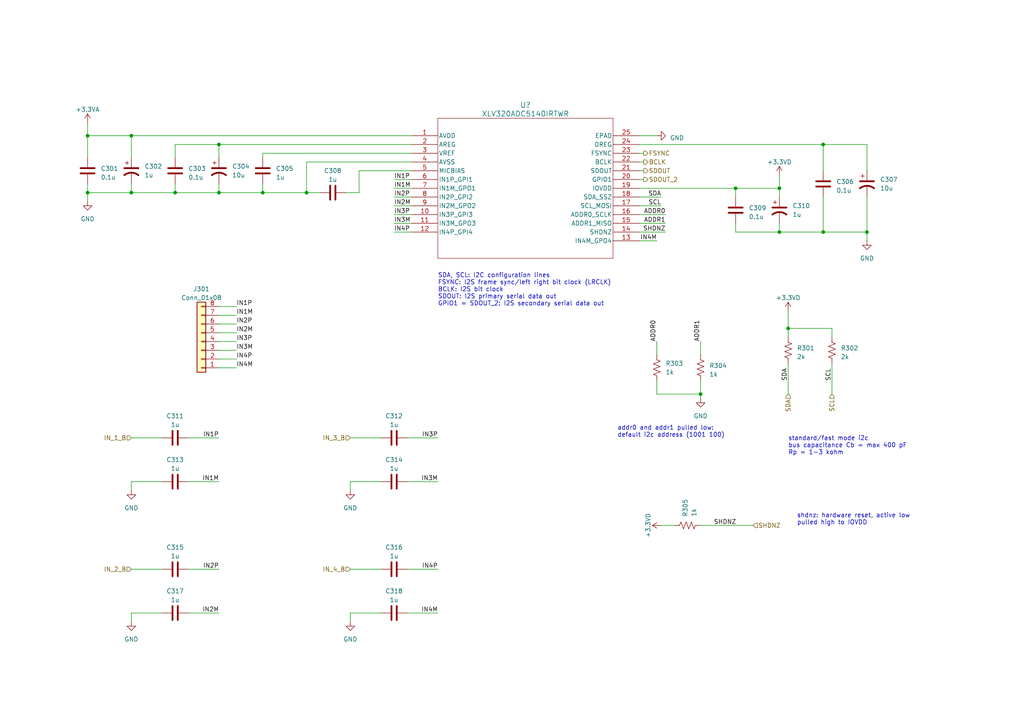
<source format=kicad_sch>
(kicad_sch (version 20230121) (generator eeschema)
  (paper "A4")
  (lib_symbols
    (symbol "Connector_Generic:Conn_01x08" (pin_names (offset 1.016) hide)
      (property "Reference" "J" (at 0 10.16 0))
      (property "Value" "Conn_01x08" (at 0 -12.7 0))
      (symbol "Conn_01x08_1_1"
        (rectangle (start -1.27 -10.033) (end 0 -10.287) (stroke (width 0.1524)))
        (rectangle (start -1.27 -7.493) (end 0 -7.747) (stroke (width 0.1524)))
        (rectangle (start -1.27 -4.953) (end 0 -5.207) (stroke (width 0.1524)))
        (rectangle (start -1.27 -2.413) (end 0 -2.667) (stroke (width 0.1524)))
        (rectangle (start -1.27 0.127) (end 0 -0.127) (stroke (width 0.1524)))
        (rectangle (start -1.27 2.667) (end 0 2.413) (stroke (width 0.1524)))
        (rectangle (start -1.27 5.207) (end 0 4.953) (stroke (width 0.1524)))
        (rectangle (start -1.27 7.747) (end 0 7.493) (stroke (width 0.1524)))
        (rectangle (start -1.27 8.89) (end 1.27 -11.43) (stroke (width 0.254)) (fill (type background)))
        (pin passive line (at -5.08 7.62 0) (length 3.81) (name "Pin_1") (number "1"))
        (pin passive line (at -5.08 5.08 0) (length 3.81) (name "Pin_2") (number "2"))
        (pin passive line (at -5.08 2.54 0) (length 3.81) (name "Pin_3") (number "3"))
        (pin passive line (at -5.08 0 0) (length 3.81) (name "Pin_4") (number "4"))
        (pin passive line (at -5.08 -2.54 0) (length 3.81) (name "Pin_5") (number "5"))
        (pin passive line (at -5.08 -5.08 0) (length 3.81) (name "Pin_6") (number "6"))
        (pin passive line (at -5.08 -7.62 0) (length 3.81) (name "Pin_7") (number "7"))
        (pin passive line (at -5.08 -10.16 0) (length 3.81) (name "Pin_8") (number "8"))
      )
    )
    (symbol "Device:C" (pin_numbers hide) (pin_names (offset 0.254))
      (property "Reference" "C" (at 0.635 2.54 0))
      (property "Value" "C" (at 0.635 -2.54 0))
      (symbol "C_0_1"
        (polyline (pts (xy -2.032 -0.762) (xy 2.032 -0.762)) (stroke (width 0.508)))
        (polyline (pts (xy -2.032 0.762) (xy 2.032 0.762)) (stroke (width 0.508)))
      )
      (symbol "C_1_1"
        (pin passive line (at 0 3.81 270) (length 2.794) (name "~") (number "1"))
        (pin passive line (at 0 -3.81 90) (length 2.794) (name "~") (number "2"))
      )
    )
    (symbol "Device:C_Polarized_US" (pin_numbers hide) (pin_names (offset 0.254) hide)
      (property "Reference" "C" (at 0.635 2.54 0))
      (property "Value" "C_Polarized_US" (at 0.635 -2.54 0))
      (symbol "C_Polarized_US_0_1"
        (polyline (pts (xy -2.032 0.762) (xy 2.032 0.762)) (stroke (width 0.508)))
        (polyline (pts (xy -1.778 2.286) (xy -0.762 2.286)))
        (polyline (pts (xy -1.27 1.778) (xy -1.27 2.794)))
        (arc (start 2.032 -1.27) (mid 0 -0.5572) (end -2.032 -1.27) (stroke (width 0.508)))
      )
      (symbol "C_Polarized_US_1_1"
        (pin passive line (at 0 3.81 270) (length 2.794) (name "~") (number "1"))
        (pin passive line (at 0 -3.81 90) (length 3.302) (name "~") (number "2"))
      )
    )
    (symbol "Device:R_US" (pin_numbers hide) (pin_names (offset 0))
      (property "Reference" "R" (at 2.54 0 90))
      (property "Value" "R_US" (at -2.54 0 90))
      (symbol "R_US_0_1"
        (polyline (pts (xy 0 -2.286) (xy 0 -2.54)))
        (polyline (pts (xy 0 2.286) (xy 0 2.54)))
        (polyline (pts (xy 0 -0.762) (xy 1.016 -1.143) (xy 0 -1.524) (xy -1.016 -1.905) (xy 0 -2.286)))
        (polyline (pts (xy 0 0.762) (xy 1.016 0.381) (xy 0 0) (xy -1.016 -0.381) (xy 0 -0.762)))
        (polyline (pts (xy 0 2.286) (xy 1.016 1.905) (xy 0 1.524) (xy -1.016 1.143) (xy 0 0.762)))
      )
      (symbol "R_US_1_1"
        (pin passive line (at 0 3.81 270) (length 1.27) (name "~") (number "1"))
        (pin passive line (at 0 -3.81 90) (length 1.27) (name "~") (number "2"))
      )
    )
    (symbol "TLV320ADC5140:XLV320ADC5140IRTWR" (pin_names (offset 0.254))
      (property "Reference" "U" (at 33.02 10.16 0))
      (property "Value" "XLV320ADC5140IRTWR" (at 33.02 7.62 0))
      (symbol "XLV320ADC5140IRTWR_0_1"
        (polyline (pts (xy 7.62 -35.56) (xy 58.42 -35.56)) (stroke (width 0.127)))
        (polyline (pts (xy 7.62 5.08) (xy 7.62 -35.56)) (stroke (width 0.127)))
        (polyline (pts (xy 58.42 -35.56) (xy 58.42 5.08)) (stroke (width 0.127)))
        (polyline (pts (xy 58.42 5.08) (xy 7.62 5.08)) (stroke (width 0.127)))
        (pin power_in line (at 0 0 0) (length 7.62) (name "AVDD") (number "1"))
        (pin input line (at 0 -22.86 0) (length 7.62) (name "IN3P_GPI3") (number "10"))
        (pin bidirectional line (at 0 -25.4 0) (length 7.62) (name "IN3M_GPO3") (number "11"))
        (pin input line (at 0 -27.94 0) (length 7.62) (name "IN4P_GPI4") (number "12"))
        (pin bidirectional line (at 66.04 -30.48 180) (length 7.62) (name "IN4M_GPO4") (number "13"))
        (pin input line (at 66.04 -27.94 180) (length 7.62) (name "SHDNZ") (number "14"))
        (pin bidirectional line (at 66.04 -25.4 180) (length 7.62) (name "ADDR1_MISO") (number "15"))
        (pin input line (at 66.04 -22.86 180) (length 7.62) (name "ADDR0_SCLK") (number "16"))
        (pin input line (at 66.04 -20.32 180) (length 7.62) (name "SCL_MOSI") (number "17"))
        (pin bidirectional line (at 66.04 -17.78 180) (length 7.62) (name "SDA_SSZ") (number "18"))
        (pin power_in line (at 66.04 -15.24 180) (length 7.62) (name "IOVDD") (number "19"))
        (pin power_in line (at 0 -2.54 0) (length 7.62) (name "AREG") (number "2"))
        (pin bidirectional line (at 66.04 -12.7 180) (length 7.62) (name "GPIO1") (number "20"))
        (pin output line (at 66.04 -10.16 180) (length 7.62) (name "SDOUT") (number "21"))
        (pin bidirectional line (at 66.04 -7.62 180) (length 7.62) (name "BCLK") (number "22"))
        (pin bidirectional line (at 66.04 -5.08 180) (length 7.62) (name "FSYNC") (number "23"))
        (pin output line (at 66.04 -2.54 180) (length 7.62) (name "DREG") (number "24"))
        (pin unspecified line (at 66.04 0 180) (length 7.62) (name "EPAD") (number "25"))
        (pin unspecified line (at 0 -5.08 0) (length 7.62) (name "VREF") (number "3"))
        (pin power_in line (at 0 -7.62 0) (length 7.62) (name "AVSS") (number "4"))
        (pin unspecified line (at 0 -10.16 0) (length 7.62) (name "MICBIAS") (number "5"))
        (pin input line (at 0 -12.7 0) (length 7.62) (name "IN1P_GPI1") (number "6"))
        (pin bidirectional line (at 0 -15.24 0) (length 7.62) (name "IN1M_GPO1") (number "7"))
        (pin input line (at 0 -17.78 0) (length 7.62) (name "IN2P_GPI2") (number "8"))
        (pin bidirectional line (at 0 -20.32 0) (length 7.62) (name "IN2M_GPO2") (number "9"))
      )
    )
    (symbol "power:+3.3V" (power) (pin_names (offset 0))
      (property "Value" "+3.3VD" (at 0 3.81 0))
      (symbol "+3.3V_0_1"
        (polyline (pts (xy -0.762 1.27) (xy 0 2.54)))
        (polyline (pts (xy 0 0) (xy 0 2.54)))
        (polyline (pts (xy 0 2.54) (xy 0.762 1.27)))
      )
      (symbol "+3.3V_1_1"
        (pin power_in line (at 0 0 90) (length 0) hide (name "+3.3VD") (number "1"))
      )
    )
    (symbol "power:+3.3VA" (power) (pin_names (offset 0))
      (property "Value" "+3.3VA" (at 0 3.556 0))
      (symbol "+3.3VA_0_1"
        (polyline (pts (xy -0.762 1.27) (xy 0 2.54)))
        (polyline (pts (xy 0 0) (xy 0 2.54)))
        (polyline (pts (xy 0 2.54) (xy 0.762 1.27)))
      )
      (symbol "+3.3VA_1_1"
        (pin power_in line (at 0 0 90) (length 0) hide (name "+3.3VA") (number "1"))
      )
    )
    (symbol "power:GND" (power) (pin_names (offset 0))
      (property "Value" "GND" (at 0 -3.81 0))
      (symbol "GND_0_1"
        (polyline (pts (xy 0 0) (xy 0 -1.27) (xy 1.27 -1.27) (xy 0 -2.54) (xy -1.27 -1.27) (xy 0 -1.27)))
      )
      (symbol "GND_1_1"
        (pin power_in line (at 0 0 270) (length 0) hide (name "GND") (number "1"))
      )
    )
  )
  (junction (at 63.5 41.91))
  (junction (at 38.1 55.88))
  (junction (at 226.06 67.31))
  (junction (at 25.4 55.88))
  (junction (at 238.76 67.31))
  (junction (at 38.1 39.37))
  (junction (at 228.6 95.25))
  (junction (at 251.46 67.31))
  (junction (at 63.5 55.88))
  (junction (at 50.8 55.88))
  (junction (at 88.9 55.88))
  (junction (at 76.2 55.88))
  (junction (at 203.2 114.3))
  (junction (at 226.06 54.61))
  (junction (at 238.76 41.91))
  (junction (at 213.36 54.61))
  (junction (at 25.4 39.37))
  (wire (pts (xy 63.5 41.91) (xy 63.5 45.72)))
  (wire (pts (xy 114.3 64.77) (xy 119.38 64.77)))
  (wire (pts (xy 63.5 41.91) (xy 119.38 41.91)))
  (wire (pts (xy 63.5 101.6) (xy 68.58 101.6)))
  (wire (pts (xy 76.2 44.45) (xy 119.38 44.45)))
  (wire (pts (xy 54.61 127) (xy 63.5 127)))
  (wire (pts (xy 38.1 55.88) (xy 38.1 53.34)))
  (wire (pts (xy 50.8 41.91) (xy 50.8 45.72)))
  (wire (pts (xy 76.2 53.34) (xy 76.2 55.88)))
  (wire (pts (xy 238.76 41.91) (xy 238.76 49.53)))
  (wire (pts (xy 54.61 139.7) (xy 63.5 139.7)))
  (wire (pts (xy 101.6 180.34) (xy 101.6 177.8)))
  (wire (pts (xy 226.06 67.31) (xy 238.76 67.31)))
  (wire (pts (xy 203.2 114.3) (xy 203.2 115.57)))
  (wire (pts (xy 114.3 59.69) (xy 119.38 59.69)))
  (wire (pts (xy 238.76 41.91) (xy 251.46 41.91)))
  (wire (pts (xy 101.6 127) (xy 110.49 127)))
  (wire (pts (xy 25.4 39.37) (xy 38.1 39.37)))
  (wire (pts (xy 38.1 177.8) (xy 46.99 177.8)))
  (wire (pts (xy 92.71 55.88) (xy 88.9 55.88)))
  (wire (pts (xy 63.5 88.9) (xy 68.58 88.9)))
  (wire (pts (xy 241.3 95.25) (xy 241.3 97.79)))
  (wire (pts (xy 54.61 165.1) (xy 63.5 165.1)))
  (wire (pts (xy 190.5 99.06) (xy 190.5 102.87)))
  (wire (pts (xy 25.4 55.88) (xy 25.4 53.34)))
  (wire (pts (xy 118.11 127) (xy 127 127)))
  (wire (pts (xy 63.5 96.52) (xy 68.58 96.52)))
  (wire (pts (xy 228.6 105.41) (xy 228.6 114.3)))
  (wire (pts (xy 63.5 53.34) (xy 63.5 55.88)))
  (wire (pts (xy 213.36 64.77) (xy 213.36 67.31)))
  (wire (pts (xy 38.1 165.1) (xy 46.99 165.1)))
  (wire (pts (xy 104.14 55.88) (xy 100.33 55.88)))
  (wire (pts (xy 238.76 67.31) (xy 251.46 67.31)))
  (wire (pts (xy 101.6 139.7) (xy 110.49 139.7)))
  (wire (pts (xy 185.42 52.07) (xy 186.69 52.07)))
  (wire (pts (xy 203.2 152.4) (xy 218.44 152.4)))
  (wire (pts (xy 38.1 142.24) (xy 38.1 139.7)))
  (wire (pts (xy 226.06 50.8) (xy 226.06 54.61)))
  (wire (pts (xy 185.42 49.53) (xy 186.69 49.53)))
  (wire (pts (xy 25.4 55.88) (xy 38.1 55.88)))
  (wire (pts (xy 88.9 46.99) (xy 119.38 46.99)))
  (wire (pts (xy 226.06 54.61) (xy 226.06 57.15)))
  (wire (pts (xy 50.8 55.88) (xy 50.8 53.34)))
  (wire (pts (xy 114.3 62.23) (xy 119.38 62.23)))
  (wire (pts (xy 203.2 110.49) (xy 203.2 114.3)))
  (wire (pts (xy 54.61 177.8) (xy 63.5 177.8)))
  (wire (pts (xy 76.2 44.45) (xy 76.2 45.72)))
  (wire (pts (xy 50.8 41.91) (xy 63.5 41.91)))
  (wire (pts (xy 185.42 41.91) (xy 238.76 41.91)))
  (wire (pts (xy 38.1 55.88) (xy 50.8 55.88)))
  (wire (pts (xy 190.5 110.49) (xy 190.5 114.3)))
  (wire (pts (xy 104.14 49.53) (xy 104.14 55.88)))
  (wire (pts (xy 228.6 97.79) (xy 228.6 95.25)))
  (wire (pts (xy 38.1 180.34) (xy 38.1 177.8)))
  (wire (pts (xy 213.36 54.61) (xy 213.36 57.15)))
  (wire (pts (xy 25.4 39.37) (xy 25.4 45.72)))
  (wire (pts (xy 114.3 67.31) (xy 119.38 67.31)))
  (wire (pts (xy 251.46 41.91) (xy 251.46 49.53)))
  (wire (pts (xy 203.2 99.06) (xy 203.2 102.87)))
  (wire (pts (xy 76.2 55.88) (xy 88.9 55.88)))
  (wire (pts (xy 38.1 139.7) (xy 46.99 139.7)))
  (wire (pts (xy 101.6 177.8) (xy 110.49 177.8)))
  (wire (pts (xy 238.76 57.15) (xy 238.76 67.31)))
  (wire (pts (xy 185.42 59.69) (xy 191.77 59.69)))
  (wire (pts (xy 241.3 105.41) (xy 241.3 114.3)))
  (wire (pts (xy 25.4 55.88) (xy 25.4 58.42)))
  (wire (pts (xy 213.36 67.31) (xy 226.06 67.31)))
  (wire (pts (xy 185.42 62.23) (xy 193.04 62.23)))
  (wire (pts (xy 88.9 55.88) (xy 88.9 46.99)))
  (wire (pts (xy 251.46 67.31) (xy 251.46 57.15)))
  (wire (pts (xy 185.42 44.45) (xy 186.69 44.45)))
  (wire (pts (xy 226.06 67.31) (xy 226.06 64.77)))
  (wire (pts (xy 38.1 39.37) (xy 119.38 39.37)))
  (wire (pts (xy 114.3 54.61) (xy 119.38 54.61)))
  (wire (pts (xy 251.46 67.31) (xy 251.46 69.85)))
  (wire (pts (xy 25.4 35.56) (xy 25.4 39.37)))
  (wire (pts (xy 203.2 114.3) (xy 190.5 114.3)))
  (wire (pts (xy 63.5 91.44) (xy 68.58 91.44)))
  (wire (pts (xy 185.42 64.77) (xy 193.04 64.77)))
  (wire (pts (xy 63.5 99.06) (xy 68.58 99.06)))
  (wire (pts (xy 191.77 152.4) (xy 195.58 152.4)))
  (wire (pts (xy 185.42 54.61) (xy 213.36 54.61)))
  (wire (pts (xy 228.6 95.25) (xy 241.3 95.25)))
  (wire (pts (xy 185.42 67.31) (xy 193.04 67.31)))
  (wire (pts (xy 114.3 52.07) (xy 119.38 52.07)))
  (wire (pts (xy 114.3 57.15) (xy 119.38 57.15)))
  (wire (pts (xy 190.5 69.85) (xy 185.42 69.85)))
  (wire (pts (xy 63.5 93.98) (xy 68.58 93.98)))
  (wire (pts (xy 63.5 106.68) (xy 68.58 106.68)))
  (wire (pts (xy 118.11 165.1) (xy 127 165.1)))
  (wire (pts (xy 119.38 49.53) (xy 104.14 49.53)))
  (wire (pts (xy 118.11 177.8) (xy 127 177.8)))
  (wire (pts (xy 185.42 39.37) (xy 190.5 39.37)))
  (wire (pts (xy 76.2 55.88) (xy 63.5 55.88)))
  (wire (pts (xy 228.6 90.17) (xy 228.6 95.25)))
  (wire (pts (xy 63.5 104.14) (xy 68.58 104.14)))
  (wire (pts (xy 63.5 55.88) (xy 50.8 55.88)))
  (wire (pts (xy 38.1 39.37) (xy 38.1 45.72)))
  (wire (pts (xy 118.11 139.7) (xy 127 139.7)))
  (wire (pts (xy 101.6 142.24) (xy 101.6 139.7)))
  (wire (pts (xy 101.6 165.1) (xy 110.49 165.1)))
  (wire (pts (xy 185.42 46.99) (xy 186.69 46.99)))
  (wire (pts (xy 38.1 127) (xy 46.99 127)))
  (wire (pts (xy 213.36 54.61) (xy 226.06 54.61)))
  (wire (pts (xy 185.42 57.15) (xy 191.77 57.15)))
  (text "standard/fast mode i2c\nbus capacitance Cb = max 400 pF\nRp = 1-3 kohm\n" (at 228.6 132.08 0) (effects (font (size 1.27 1.27)) (justify left bottom)))
  (text "SDA, SCL: I2C configuration lines\nFSYNC: I2S frame sync/left right bit clock (LRCLK)\nBCLK: I2S bit clock\nSDOUT: I2S primary serial data out\nGPIO1 = SDOUT_2: I2S secondary serial data out" (at 127 88.9 0) (effects (font (size 1.27 1.27)) (justify left bottom)))
  (text "shdnz: hardware reset, active low\npulled high to IOVDD" (at 231.14 152.4 0) (effects (font (size 1.27 1.27)) (justify left bottom)))
  (text "addr0 and addr1 pulled low: \ndefault i2c address (1001 100)\n" (at 179.07 127 0) (effects (font (size 1.27 1.27)) (justify left bottom)))
  (label "IN2M" (at 63.5 177.8 180))
  (label "IN1P" (at 68.58 88.9 0))
  (label "SDA" (at 191.77 57.15 180))
  (label "ADDR1" (at 193.04 64.77 180))
  (label "IN2P" (at 114.3 57.15 0))
  (label "IN4M" (at 68.58 106.68 0))
  (label "IN1M" (at 68.58 91.44 0))
  (label "IN3M" (at 114.3 64.77 0))
  (label "IN4M" (at 190.5 69.85 180))
  (label "IN2P" (at 68.58 93.98 0))
  (label "SCL" (at 241.3 110.49 90))
  (label "ADDR0" (at 193.04 62.23 180))
  (label "SDA" (at 228.6 110.49 90))
  (label "IN1M" (at 114.3 54.61 0))
  (label "IN1P" (at 114.3 52.07 0))
  (label "IN3P" (at 114.3 62.23 0))
  (label "ADDR1" (at 203.2 99.06 90))
  (label "IN3M" (at 68.58 101.6 0))
  (label "SCL" (at 191.77 59.69 180))
  (label "IN2M" (at 68.58 96.52 0))
  (label "IN3M" (at 127 139.7 180))
  (label "IN4P" (at 114.3 67.31 0))
  (label "IN2P" (at 63.5 165.1 180))
  (label "SHDNZ" (at 193.04 67.31 180))
  (label "IN1M" (at 63.5 139.7 180))
  (label "IN2M" (at 114.3 59.69 0))
  (label "IN4M" (at 127 177.8 180))
  (label "IN1P" (at 63.5 127 180))
  (label "IN4P" (at 68.58 104.14 0))
  (label "IN4P" (at 127 165.1 180))
  (label "ADDR0" (at 190.5 99.06 90))
  (label "SHDNZ" (at 207.01 152.4 0))
  (label "IN3P" (at 68.58 99.06 0))
  (label "IN3P" (at 127 127 180))
  (hierarchical_label "IN_4_B" (shape input) (at 101.6 165.1 180))
  (hierarchical_label "SDA" (shape input) (at 228.6 114.3 270))
  (hierarchical_label "IN_1_B" (shape input) (at 38.1 127 180))
  (hierarchical_label "SDOUT" (shape output) (at 186.69 49.53 0))
  (hierarchical_label "IN_2_B" (shape input) (at 38.1 165.1 180))
  (hierarchical_label "BCLK" (shape output) (at 186.69 46.99 0))
  (hierarchical_label "SCL" (shape input) (at 241.3 114.3 270))
  (hierarchical_label "SDOUT_2" (shape output) (at 186.69 52.07 0))
  (hierarchical_label "FSYNC" (shape output) (at 186.69 44.45 0))
  (hierarchical_label "IN_3_B" (shape input) (at 101.6 127 180))
  (hierarchical_label "SHDNZ" (shape input) (at 218.44 152.4 0))
  (symbol (lib_id "power:GND") (at 251.46 69.85 0) (unit 1)
    (property "Reference" "#PWR0205" (effects hide))
    (property "Value" "GND" (at 251.46 74.93 0))
    (instances (project "hydrophone board" (path "" (reference "#PWR0205") (unit 1)) (path "" (reference "#PWR0305") (unit 1))))
  )
  (symbol (lib_id "Device:C") (at 114.3 177.8 90) (unit 1)
    (property "Reference" "C318" (at 114.3 171.45 90))
    (property "Value" "1u" (at 114.3 173.99 90))
    (property "Footprint" "Capacitor_SMD:C_0603_1608Metric" (effects hide))
  )
  (symbol (lib_id "Device:C_Polarized_US") (at 38.1 49.53 0) (unit 1)
    (property "Reference" "C302" (at 41.91 48.26 0) (effects (justify left)))
    (property "Value" "1u" (at 41.91 50.8 0) (effects (justify left)))
    (property "Footprint" "Capacitor_SMD:C_0603_1608Metric" (effects hide))
  )
  (symbol (lib_id "Device:R_US") (at 241.3 101.6 0) (unit 1)
    (property "Reference" "R302" (at 243.84 100.965 0) (effects (justify left)))
    (property "Value" "2k" (at 243.84 103.505 0) (effects (justify left)))
    (property "Footprint" "Resistor_SMD:R_0603_1608Metric" (effects hide))
  )
  (symbol (lib_id "Device:C") (at 76.2 49.53 0) (unit 1)
    (property "Reference" "C305" (at 80.01 48.895 0) (effects (justify left)))
    (property "Value" "1u" (at 80.01 51.435 0) (effects (justify left)))
    (property "Footprint" "Capacitor_SMD:C_0603_1608Metric" (effects hide))
  )
  (symbol (lib_id "power:GND") (at 203.2 115.57 0) (unit 1)
    (property "Reference" "#PWR0205" (effects hide))
    (property "Value" "GND" (at 203.2 120.65 0))
    (instances (project "hydrophone board" (path "" (reference "#PWR0205") (unit 1)) (path "" (reference "#PWR0307") (unit 1))))
  )
  (symbol (lib_id "power:GND") (at 38.1 142.24 0) (unit 1)
    (property "Reference" "#PWR0205" (effects hide))
    (property "Value" "GND" (at 38.1 147.32 0))
    (instances (project "hydrophone board" (path "" (reference "#PWR0205") (unit 1)) (path "" (reference "#PWR0308") (unit 1))))
  )
  (symbol (lib_id "TLV320ADC5140:XLV320ADC5140IRTWR") (at 119.38 39.37 0) (unit 1)
    (property "Reference" "U?" (at 152.4 30.48 0) (effects (font (size 1.524 1.524))))
    (property "Value" "XLV320ADC5140IRTWR" (at 152.4 33.02 0) (effects (font (size 1.524 1.524))))
    (property "Footprint" "TLV320ADC5140:RTW24_4P15X4P15_TEX" (effects hide))
    (property "Datasheet" "XLV320ADC5140IRTWR" (effects hide))
    (instances (project "hydrophone board" (path "" (reference "U?") (unit 1)) (path "" (reference "U301") (unit 1))))
  )
  (symbol (lib_id "Device:R_US") (at 190.5 106.68 180) (unit 1)
    (property "Reference" "R303" (at 193.04 105.41 0) (effects (justify right)))
    (property "Value" "1k" (at 193.04 107.95 0) (effects (justify right)))
    (property "Footprint" "Resistor_SMD:R_0603_1608Metric" (effects hide))
  )
  (symbol (lib_id "Connector_Generic:Conn_01x08") (at 58.42 99.06 180) (unit 1)
    (property "Reference" "J301" (at 58.42 83.82 0))
    (property "Value" "Conn_01x08" (at 58.42 86.36 0))
    (property "Footprint" "Connector_PinSocket_2.54mm:PinSocket_1x08_P2.54mm_Vertical" (effects hide))
  )
  (symbol (lib_id "Device:C") (at 50.8 177.8 90) (unit 1)
    (property "Reference" "C317" (at 50.8 171.45 90))
    (property "Value" "1u" (at 50.8 173.99 90))
    (property "Footprint" "Capacitor_SMD:C_0603_1608Metric" (effects hide))
  )
  (symbol (lib_id "power:GND") (at 38.1 180.34 0) (unit 1)
    (property "Reference" "#PWR0205" (effects hide))
    (property "Value" "GND" (at 38.1 185.42 0))
    (instances (project "hydrophone board" (path "" (reference "#PWR0205") (unit 1)) (path "" (reference "#PWR0311") (unit 1))))
  )
  (symbol (lib_id "Device:C") (at 213.36 60.96 0) (unit 1)
    (property "Reference" "C309" (at 217.17 60.325 0) (effects (justify left)))
    (property "Value" "0.1u" (at 217.17 62.865 0) (effects (justify left)))
    (property "Footprint" "Capacitor_SMD:C_0603_1608Metric" (effects hide))
  )
  (symbol (lib_id "Device:C") (at 238.76 53.34 0) (unit 1)
    (property "Reference" "C306" (at 242.57 52.705 0) (effects (justify left)))
    (property "Value" "0.1u" (at 242.57 55.245 0) (effects (justify left)))
    (property "Footprint" "Capacitor_SMD:C_0603_1608Metric" (effects hide))
  )
  (symbol (lib_id "Device:R_US") (at 203.2 106.68 0) (unit 1)
    (property "Reference" "R304" (at 205.74 106.045 0) (effects (justify left)))
    (property "Value" "1k" (at 205.74 108.585 0) (effects (justify left)))
    (property "Footprint" "Resistor_SMD:R_0603_1608Metric" (effects hide))
  )
  (symbol (lib_id "power:GND") (at 25.4 58.42 0) (unit 1)
    (property "Reference" "#PWR0205" (effects hide))
    (property "Value" "GND" (at 25.4 63.5 0))
    (instances (project "hydrophone board" (path "" (reference "#PWR0205") (unit 1)) (path "" (reference "#PWR0304") (unit 1))))
  )
  (symbol (lib_id "Device:C") (at 114.3 165.1 90) (unit 1)
    (property "Reference" "C316" (at 114.3 158.75 90))
    (property "Value" "1u" (at 114.3 161.29 90))
    (property "Footprint" "Capacitor_SMD:C_0603_1608Metric" (effects hide))
  )
  (symbol (lib_id "Device:C") (at 50.8 127 90) (unit 1)
    (property "Reference" "C311" (at 50.8 120.65 90))
    (property "Value" "1u" (at 50.8 123.19 90))
    (property "Footprint" "Capacitor_SMD:C_0603_1608Metric" (effects hide))
  )
  (symbol (lib_id "Device:C") (at 50.8 165.1 90) (unit 1)
    (property "Reference" "C315" (at 50.8 158.75 90))
    (property "Value" "1u" (at 50.8 161.29 90))
    (property "Footprint" "Capacitor_SMD:C_0603_1608Metric" (effects hide))
  )
  (symbol (lib_id "Device:C") (at 114.3 139.7 90) (unit 1)
    (property "Reference" "C314" (at 114.3 133.35 90))
    (property "Value" "1u" (at 114.3 135.89 90))
    (property "Footprint" "Capacitor_SMD:C_0603_1608Metric" (effects hide))
  )
  (symbol (lib_id "Device:C") (at 50.8 49.53 0) (unit 1)
    (property "Reference" "C303" (at 54.61 48.895 0) (effects (justify left)))
    (property "Value" "0.1u" (at 54.61 51.435 0) (effects (justify left)))
    (property "Footprint" "Capacitor_SMD:C_0603_1608Metric" (effects hide))
  )
  (symbol (lib_id "Device:C") (at 25.4 49.53 0) (unit 1)
    (property "Reference" "C301" (at 29.21 48.895 0) (effects (justify left)))
    (property "Value" "0.1u" (at 29.21 51.435 0) (effects (justify left)))
    (property "Footprint" "Capacitor_SMD:C_0603_1608Metric" (effects hide))
  )
  (symbol (lib_id "Device:C") (at 114.3 127 90) (unit 1)
    (property "Reference" "C312" (at 114.3 120.65 90))
    (property "Value" "1u" (at 114.3 123.19 90))
    (property "Footprint" "Capacitor_SMD:C_0603_1608Metric" (effects hide))
  )
  (symbol (lib_id "power:GND") (at 101.6 180.34 0) (unit 1)
    (property "Reference" "#PWR0205" (effects hide))
    (property "Value" "GND" (at 101.6 185.42 0))
    (instances (project "hydrophone board" (path "" (reference "#PWR0205") (unit 1)) (path "" (reference "#PWR0312") (unit 1))))
  )
  (symbol (lib_id "power:+3.3V") (at 191.77 152.4 90) (unit 1)
    (property "Reference" "#PWR0310" (effects hide))
    (property "Value" "+3.3VD" (at 187.96 152.4 0))
  )
  (symbol (lib_id "power:+3.3V") (at 228.6 90.17 0) (unit 1)
    (property "Reference" "#PWR0306" (effects hide))
    (property "Value" "+3.3VD" (at 228.6 86.36 0))
  )
  (symbol (lib_id "Device:R_US") (at 228.6 101.6 0) (unit 1)
    (property "Reference" "R301" (at 231.14 100.965 0) (effects (justify left)))
    (property "Value" "2k" (at 231.14 103.505 0) (effects (justify left)))
    (property "Footprint" "Resistor_SMD:R_0603_1608Metric" (effects hide))
  )
  (symbol (lib_id "Device:C_Polarized_US") (at 251.46 53.34 0) (unit 1)
    (property "Reference" "C307" (at 255.27 52.07 0) (effects (justify left)))
    (property "Value" "10u" (at 255.27 54.61 0) (effects (justify left)))
    (property "Footprint" "Capacitor_SMD:C_0805_2012Metric" (effects hide))
  )
  (symbol (lib_id "power:+3.3VA") (at 25.4 35.56 0) (unit 1)
    (property "Reference" "#PWR0301" (effects hide))
    (property "Value" "+3.3VA" (at 25.4 31.75 0))
  )
  (symbol (lib_id "power:+3.3V") (at 226.06 50.8 0) (unit 1)
    (property "Reference" "#PWR0303" (effects hide))
    (property "Value" "+3.3VD" (at 226.06 46.99 0))
  )
  (symbol (lib_id "Device:C") (at 50.8 139.7 90) (unit 1)
    (property "Reference" "C313" (at 50.8 133.35 90))
    (property "Value" "1u" (at 50.8 135.89 90))
    (property "Footprint" "Capacitor_SMD:C_0603_1608Metric" (effects hide))
  )
  (symbol (lib_id "Device:C_Polarized_US") (at 63.5 49.53 0) (unit 1)
    (property "Reference" "C304" (at 67.31 48.26 0) (effects (justify left)))
    (property "Value" "10u" (at 67.31 50.8 0) (effects (justify left)))
    (property "Footprint" "Capacitor_SMD:C_0805_2012Metric" (effects hide))
  )
  (symbol (lib_id "power:GND") (at 190.5 39.37 90) (unit 1)
    (property "Reference" "#PWR0205" (effects hide))
    (property "Value" "GND" (at 194.31 40.005 90) (effects (justify right)))
    (instances (project "hydrophone board" (path "" (reference "#PWR0205") (unit 1)) (path "" (reference "#PWR0302") (unit 1))))
  )
  (symbol (lib_id "Device:R_US") (at 199.39 152.4 90) (unit 1)
    (property "Reference" "R305" (at 198.755 149.86 0) (effects (justify left)))
    (property "Value" "1k" (at 201.295 149.86 0) (effects (justify left)))
    (property "Footprint" "Resistor_SMD:R_0603_1608Metric" (effects hide))
  )
  (symbol (lib_id "power:GND") (at 101.6 142.24 0) (unit 1)
    (property "Reference" "#PWR0205" (effects hide))
    (property "Value" "GND" (at 101.6 147.32 0))
    (instances (project "hydrophone board" (path "" (reference "#PWR0205") (unit 1)) (path "" (reference "#PWR0309") (unit 1))))
  )
  (symbol (lib_id "Device:C_Polarized_US") (at 226.06 60.96 0) (unit 1)
    (property "Reference" "C310" (at 229.87 59.69 0) (effects (justify left)))
    (property "Value" "1u" (at 229.87 62.23 0) (effects (justify left)))
    (property "Footprint" "Capacitor_SMD:C_0603_1608Metric" (effects hide))
  )
  (symbol (lib_id "Device:C") (at 96.52 55.88 270) (unit 1)
    (property "Reference" "C308" (at 96.52 49.53 90))
    (property "Value" "1u" (at 96.52 52.07 90))
    (property "Footprint" "Capacitor_SMD:C_0603_1608Metric" (effects hide))
  )
)
</source>
